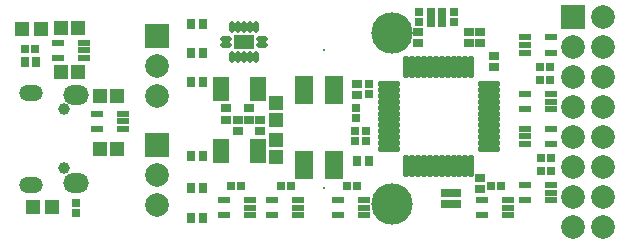
<source format=gbs>
%FSLAX44Y44*%
%MOMM*%
G71*
G01*
G75*
G04 Layer_Color=16711935*
%ADD10R,0.6200X0.5700*%
%ADD11R,0.7620X0.7620*%
%ADD12R,2.7940X0.7366*%
%ADD13R,1.3000X0.4500*%
%ADD14R,0.3000X0.3000*%
%ADD15R,0.7620X0.7620*%
%ADD16R,0.5000X0.2000*%
%ADD17C,0.1500*%
%ADD18C,0.2540*%
%ADD19C,0.2000*%
%ADD20C,0.1524*%
%ADD21R,1.8000X1.8000*%
%ADD22C,1.8000*%
%ADD23R,1.8000X1.8000*%
%ADD24C,1.8000*%
%ADD25C,0.8000*%
%ADD26O,1.8000X1.1500*%
%ADD27O,2.0000X1.4500*%
%ADD28C,0.6100*%
%ADD29C,0.6000*%
%ADD30C,3.3000*%
%ADD31R,0.5700X0.6200*%
%ADD32R,1.4000X2.2000*%
%ADD33R,0.9700X0.9600*%
%ADD34R,0.8500X0.3500*%
%ADD35O,1.7500X0.3500*%
%ADD36O,0.3500X1.7500*%
%ADD37R,1.2500X0.3000*%
%ADD38O,0.3000X0.8000*%
%ADD39O,0.8000X0.3000*%
%ADD40R,1.5000X1.0000*%
%ADD41R,0.5500X0.6000*%
%ADD42R,0.9500X0.9500*%
%ADD43R,0.6000X0.5500*%
%ADD44R,0.9500X0.9500*%
%ADD45C,0.2032*%
%ADD46C,0.4000*%
%ADD47C,0.2286*%
%ADD48C,0.1778*%
%ADD49R,0.8232X0.7732*%
%ADD50R,0.9652X0.9652*%
%ADD51R,2.8956X0.8382*%
%ADD52R,1.5032X0.6532*%
%ADD53R,0.5032X0.5032*%
%ADD54R,0.9652X0.9652*%
%ADD55R,0.7032X0.4032*%
%ADD56R,2.0032X2.0032*%
%ADD57C,2.0032*%
%ADD58R,2.0032X2.0032*%
%ADD59C,2.0032*%
%ADD60C,0.2032*%
%ADD61C,1.0032*%
%ADD62O,2.0032X1.3532*%
%ADD63O,2.2032X1.6532*%
%ADD64C,0.0100*%
%ADD65R,0.7732X0.8232*%
%ADD66R,1.6032X2.4032*%
%ADD67R,1.1732X1.1632*%
%ADD68R,1.0532X0.5532*%
%ADD69O,1.9532X0.5532*%
%ADD70O,0.5532X1.9532*%
%ADD71R,1.4532X0.5032*%
%ADD72O,0.5032X1.0032*%
%ADD73O,1.0032X0.5032*%
%ADD74R,1.7032X1.2032*%
%ADD75R,0.7532X0.8032*%
%ADD76R,1.1532X1.1532*%
%ADD77R,0.8032X0.7532*%
%ADD78R,1.1532X1.1532*%
%ADD79C,3.5032*%
D49*
X1684750Y1137550D02*
D03*
Y1127950D02*
D03*
X1696500Y1240800D02*
D03*
Y1231200D02*
D03*
X1580250Y1217050D02*
D03*
Y1207450D02*
D03*
X1488833Y1186950D02*
D03*
Y1196550D02*
D03*
X1470000Y1186950D02*
D03*
Y1196550D02*
D03*
X1479417Y1186800D02*
D03*
Y1177200D02*
D03*
X1498250Y1186800D02*
D03*
Y1177200D02*
D03*
X1655730Y1125100D02*
D03*
Y1115500D02*
D03*
X1664480Y1125100D02*
D03*
Y1115500D02*
D03*
X1632250Y1261050D02*
D03*
Y1251450D02*
D03*
X1684750D02*
D03*
Y1261050D02*
D03*
X1675250Y1251450D02*
D03*
Y1261050D02*
D03*
D56*
X1763250Y1273500D02*
D03*
D57*
X1788650D02*
D03*
X1763250Y1248100D02*
D03*
X1788650D02*
D03*
X1763250Y1222700D02*
D03*
X1788650D02*
D03*
X1763250Y1197300D02*
D03*
X1788650D02*
D03*
X1763250Y1171900D02*
D03*
X1788650D02*
D03*
X1763250Y1146500D02*
D03*
X1788650D02*
D03*
X1763250Y1121100D02*
D03*
X1788650D02*
D03*
X1763250Y1095700D02*
D03*
X1788650D02*
D03*
D58*
X1411054Y1165000D02*
D03*
Y1258002D02*
D03*
D59*
Y1139600D02*
D03*
Y1114200D02*
D03*
Y1232602D02*
D03*
Y1207202D02*
D03*
D60*
X1552500Y1128825D02*
D03*
Y1246170D02*
D03*
D61*
X1332400Y1145640D02*
D03*
Y1195640D02*
D03*
D62*
X1304900Y1131890D02*
D03*
Y1209390D02*
D03*
D63*
X1342900Y1133390D02*
D03*
Y1207890D02*
D03*
D64*
X1706083Y1222560D02*
D03*
X1752500Y1136750D02*
D03*
X1725364Y1151130D02*
D03*
X1725500Y1158500D02*
D03*
X1652250Y1104000D02*
D03*
X1664038Y1256250D02*
D03*
X1656414D02*
D03*
X1626500Y1277750D02*
D03*
X1730500Y1256750D02*
D03*
X1725500Y1228750D02*
D03*
X1669500Y1277750D02*
D03*
D65*
X1642950Y1269250D02*
D03*
X1652550D02*
D03*
Y1277500D02*
D03*
X1642950D02*
D03*
X1449800Y1103500D02*
D03*
X1440200D02*
D03*
X1449800Y1155750D02*
D03*
X1440200D02*
D03*
X1449800Y1243500D02*
D03*
X1440200D02*
D03*
X1449800Y1218500D02*
D03*
X1440200D02*
D03*
X1299490Y1235710D02*
D03*
X1309090D02*
D03*
X1590300Y1151750D02*
D03*
X1580700D02*
D03*
X1449800Y1128750D02*
D03*
X1440200D02*
D03*
X1449800Y1268250D02*
D03*
X1440200D02*
D03*
D66*
X1536000Y1211750D02*
D03*
Y1148750D02*
D03*
X1561000Y1211750D02*
D03*
Y1148750D02*
D03*
D67*
X1322150Y1112750D02*
D03*
X1305850D02*
D03*
X1296850Y1263500D02*
D03*
X1313150D02*
D03*
D68*
X1530350Y1118870D02*
D03*
Y1112370D02*
D03*
Y1105870D02*
D03*
X1508350D02*
D03*
Y1118870D02*
D03*
X1722580Y1166247D02*
D03*
Y1172747D02*
D03*
Y1179247D02*
D03*
X1744580D02*
D03*
Y1166247D02*
D03*
X1722580Y1243530D02*
D03*
Y1250030D02*
D03*
Y1256530D02*
D03*
X1744580D02*
D03*
Y1243530D02*
D03*
X1745080Y1131430D02*
D03*
Y1124930D02*
D03*
Y1118430D02*
D03*
X1723080D02*
D03*
Y1131430D02*
D03*
X1745080Y1208713D02*
D03*
Y1202213D02*
D03*
Y1195713D02*
D03*
X1723080D02*
D03*
Y1208713D02*
D03*
X1349250Y1252000D02*
D03*
Y1245500D02*
D03*
Y1239000D02*
D03*
X1327250D02*
D03*
Y1252000D02*
D03*
X1586230Y1118730D02*
D03*
Y1112230D02*
D03*
Y1105730D02*
D03*
X1564230D02*
D03*
Y1118730D02*
D03*
X1489710Y1118870D02*
D03*
Y1112370D02*
D03*
Y1105870D02*
D03*
X1467710D02*
D03*
Y1118870D02*
D03*
X1708150Y1118730D02*
D03*
Y1112230D02*
D03*
Y1105730D02*
D03*
X1686150D02*
D03*
Y1118730D02*
D03*
X1382500Y1192000D02*
D03*
Y1185500D02*
D03*
Y1179000D02*
D03*
X1360500D02*
D03*
Y1192000D02*
D03*
D69*
X1607500Y1217000D02*
D03*
Y1212000D02*
D03*
Y1207000D02*
D03*
Y1202000D02*
D03*
Y1197000D02*
D03*
Y1192000D02*
D03*
Y1187000D02*
D03*
Y1182000D02*
D03*
Y1177000D02*
D03*
Y1172000D02*
D03*
Y1167000D02*
D03*
Y1162000D02*
D03*
X1692000D02*
D03*
Y1167000D02*
D03*
Y1172000D02*
D03*
Y1177000D02*
D03*
Y1182000D02*
D03*
Y1187000D02*
D03*
Y1192000D02*
D03*
Y1197000D02*
D03*
Y1202000D02*
D03*
Y1207000D02*
D03*
Y1212000D02*
D03*
Y1217000D02*
D03*
D70*
X1622250Y1147250D02*
D03*
X1627250D02*
D03*
X1632250D02*
D03*
X1637250D02*
D03*
X1642250D02*
D03*
X1647250D02*
D03*
X1652250D02*
D03*
X1657250D02*
D03*
X1662250D02*
D03*
X1667250D02*
D03*
X1672250D02*
D03*
X1677250D02*
D03*
Y1231750D02*
D03*
X1672250D02*
D03*
X1667250D02*
D03*
X1662250D02*
D03*
X1647250D02*
D03*
X1642250D02*
D03*
X1637250D02*
D03*
X1632250D02*
D03*
X1627250D02*
D03*
X1622250D02*
D03*
X1657250D02*
D03*
X1652250D02*
D03*
D71*
X1496790Y1220250D02*
D03*
Y1215250D02*
D03*
Y1210250D02*
D03*
Y1205250D02*
D03*
X1465210Y1220250D02*
D03*
Y1215250D02*
D03*
Y1210250D02*
D03*
Y1205250D02*
D03*
X1496790Y1167750D02*
D03*
Y1162750D02*
D03*
Y1157750D02*
D03*
Y1152750D02*
D03*
X1465210Y1167750D02*
D03*
Y1162750D02*
D03*
Y1157750D02*
D03*
Y1152750D02*
D03*
D72*
X1495000Y1240000D02*
D03*
X1490000D02*
D03*
X1485000D02*
D03*
X1480000D02*
D03*
X1475000D02*
D03*
Y1265000D02*
D03*
X1480000D02*
D03*
X1485000D02*
D03*
X1490000D02*
D03*
X1495000D02*
D03*
D73*
X1470000Y1250000D02*
D03*
Y1255000D02*
D03*
X1500000D02*
D03*
Y1250000D02*
D03*
D74*
X1485000Y1252500D02*
D03*
D75*
X1744330Y1231780D02*
D03*
X1735830D02*
D03*
Y1220630D02*
D03*
X1744330D02*
D03*
X1744830Y1143430D02*
D03*
X1736330D02*
D03*
X1308250Y1246750D02*
D03*
X1299750D02*
D03*
X1474030Y1130300D02*
D03*
X1482530D02*
D03*
X1571820D02*
D03*
X1580320D02*
D03*
X1515940D02*
D03*
X1524440D02*
D03*
X1693740D02*
D03*
X1702240D02*
D03*
X1744830Y1154580D02*
D03*
X1736330D02*
D03*
D76*
X1344500Y1264500D02*
D03*
X1330000D02*
D03*
Y1227000D02*
D03*
X1344500D02*
D03*
X1377580Y1206500D02*
D03*
X1363080D02*
D03*
X1377580Y1162090D02*
D03*
X1363080D02*
D03*
D77*
X1342500Y1116000D02*
D03*
Y1107500D02*
D03*
X1632750Y1277750D02*
D03*
Y1269250D02*
D03*
X1588500Y1168750D02*
D03*
Y1177250D02*
D03*
X1580000Y1196750D02*
D03*
Y1188250D02*
D03*
X1579250Y1168750D02*
D03*
Y1177250D02*
D03*
X1590500Y1208250D02*
D03*
Y1216750D02*
D03*
X1662250Y1277750D02*
D03*
Y1269250D02*
D03*
D78*
X1511750Y1169750D02*
D03*
Y1155250D02*
D03*
Y1186500D02*
D03*
Y1201000D02*
D03*
D79*
X1610000Y1260000D02*
D03*
Y1115500D02*
D03*
M02*

</source>
